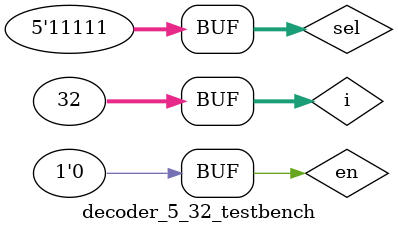
<source format=sv>
`timescale 1ps/1ps
module decoder_2_4(sel, en, out);
	input logic [1:0] sel;
	input logic en;
	output logic [3:0] out;
	
	logic notsel0, notsel1;
	
	not #50 notgate0 (notsel0, sel[0]);
	not #50 notgate1 (notsel1, sel[1]);
	and #50 andgate0 (out[0], notsel0, notsel1, en);
	and #50 andgate1 (out[1], sel[0], notsel1, en);
	and #50 andgate2 (out[2], notsel0, sel[1], en);
	and #50 andgate3 (out[3], sel[0], sel[1], en);
endmodule 

module decoder_2_4_testbench();
	// repeats the variables as explained above
	logic [1:0] sel;
	logic en;
	logic [3:0] out; 
	decoder_2_4 dut (.sel, .en, .out);
	initial begin
	// tests all possible outputs of sel, i0 and i1
		sel=2'b00; en = 1; #100;
		sel=2'b01; #100;
		sel=2'b10; #100;
		sel=2'b11; #100;
		sel=2'b00; en = 0; #100;
		sel=2'b01; #100;
		sel=2'b10; #100;
		sel=2'b11; #100;
	end
endmodule

// creates a basic 3x8 decoder with a 3 bit select, 1 bit enable and 8 bit out
module decoder_3_8(sel, en, out);
	input logic [2:0] sel;
	input logic en;
	output logic [7:0] out;
	
	logic notsel0, notsel1, notsel2;
	
	not #50 notgate0 (notsel0, sel[0]);
	not #50 notgate1 (notsel1, sel[1]);
	not #50 notgate2 (notsel2, sel[2]);
	
	and #50 andgate0 (out[0], notsel0, notsel1, notsel2, en);
	and #50 andgate1 (out[1], sel[0], notsel1, notsel2, en);
	and #50 andgate2 (out[2], notsel0, sel[1], notsel2, en);
	and #50 andgate3 (out[3], sel[0], sel[1], notsel2, en);
	and #50 andgate4 (out[4], notsel0, notsel1, sel[2], en);
	and #50 andgate5 (out[5], sel[0], notsel1,  sel[2], en);
	and #50 andgate6 (out[6], notsel0, sel[1],  sel[2], en);
	and #50 andgate7 (out[7], sel[0], sel[1],  sel[2], en);

endmodule 

// tests the basic 3x8 decoder
module decoder_3_8_testbench();
	// repeats the variables as explained above
	logic [2:0] sel;
	logic en;
	logic [7:0] out;
	decoder_3_8 dut (.sel, .en, .out);
	initial begin
		en =1;
		sel=3'b000; #1000;
		sel=3'b001; #1000;
		sel=3'b010; #1000;
		sel=3'b011; #1000;
		sel=3'b100; #1000;
		sel=3'b101; #1000;
		sel=3'b110; #1000;
		sel=3'b111; #1000;
		en =0;
		sel=3'b000; #1000;
		sel=3'b001; #1000;
		sel=3'b010; #1000;
		sel=3'b011; #1000;
		sel=3'b100; #1000;
		sel=3'b101; #1000;
		sel=3'b110; #1000;
		sel=3'b111; #1000;
		end
endmodule

// module that creates a 5x32 decoder using a 2x4 decoder and 3 3x8 decoders.
// takes 4 bit wide input sel and 32 bit out as parameters.
module decoder_5_32(sel, en, out);
	input logic [4:0] sel;
	input logic en;
	output logic [31:0] out;
	
	// intermediate wires that will route to each decoders en
	logic [3:0] v;
	
	decoder_2_4 decoder0 (.sel(sel[4:3]), .en(en), .out(v));
	decoder_3_8 decoder1 (.sel(sel[2:0]), .en(v[0]), .out(out[7:0]));
	decoder_3_8 decoder2 (.sel(sel[2:0]), .en(v[1]), .out(out[15:8]));
	decoder_3_8 decoder3 (.sel(sel[2:0]), .en(v[2]), .out(out[23:16]));
	decoder_3_8 decoder4 (.sel(sel[2:0]), .en(v[3]), .out(out[31:24]));
	
endmodule

// testbench for 5x32 decoder
module decoder_5_32_testbench();
	// repeats the variables as explained above
	logic [4:0] sel;
	logic [31:0] out;
	logic en;
	integer i;
	// initializes the mux2_1 module with the reference varibles
	decoder_5_32 dut (.sel, .en, .out);
	initial begin
		en = 1;
		for (i=0; i<32; i++) begin
			sel = i;
			#100;
		end 
		en = 0;
		for (i=0; i<32; i++) begin
			sel = i;
			#100;
		end 
	end
endmodule 
</source>
